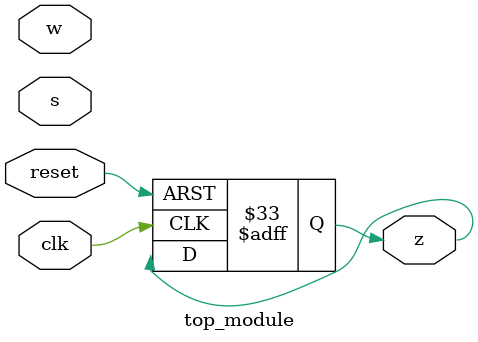
<source format=sv>
module top_module (
    input clk,
    input reset,
    input s,
    input w,
    output reg z
);

reg [3:0] state;
parameter A = 4'd0, B = 4'd1, C = 4'd2, S10 = 4'd3, S11 = 4'd4, S20 = 4'd5, S21 = 4'd6, S22 = 4'd7;

always @(posedge clk or posedge reset) begin
    if (reset) begin
        state <= A;
        z <= 1'b0;
    end
    else begin
        case (state)
            A: begin
                if (s) state <= B;
                else state <= state;
            end
            B: begin
                if (w) state <= S11;
                else state <= S10;
            end
            C: begin
                if (w) state <= S11;
                else state <= S10;
            end
            S10: begin
                if (w) state <= S21;
                else state <= S20;
            end
            S11: begin
                if (w) state <= S22;
                else state <= S21;
            end
            S20: begin
                state <= B;
            end
            S21: begin
                if (w) state <= C;
                else state <= B;
            end
            S22: begin
                if (w) state <= B;
                else state <= C;
            end
            default: state <= A;
        endcase
    end
end

endmodule

</source>
